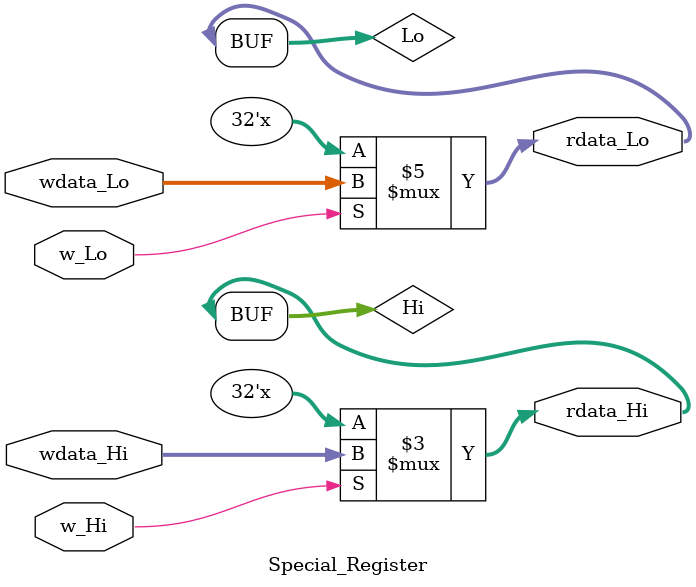
<source format=sv>
`timescale 1ns / 1ps
module Special_Register(
	input  [31:0]wdata_Hi,
	input  [31:0]wdata_Lo,
	input  w_Hi,          
	input  w_Lo,          
	output [31:0]rdata_Hi,
	output [31:0]rdata_Lo 
);

	reg [31:0]Hi;
	reg [31:0]Lo;

	assign rdata_Hi = Hi;
	assign rdata_Lo = Lo;

	initial begin
		Hi <= 32'b0;
		Lo <= 32'b0;
	end

	always@(*) begin
		if(w_Lo) begin 
			Lo <= wdata_Lo; 
		end

		if(w_Hi) begin 
			Hi <= wdata_Hi; 
		end	
	end

endmodule
</source>
